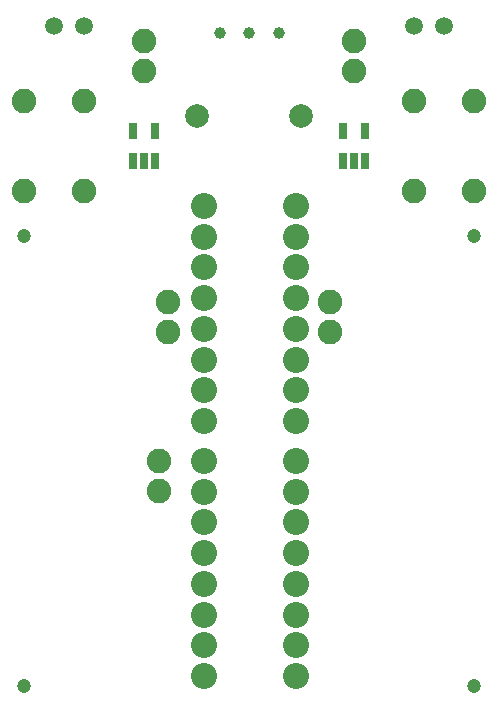
<source format=gbr>
G04 EAGLE Gerber RS-274X export*
G75*
%MOMM*%
%FSLAX34Y34*%
%LPD*%
%INSoldermask Top*%
%IPPOS*%
%AMOC8*
5,1,8,0,0,1.08239X$1,22.5*%
G01*
%ADD10C,1.203200*%
%ADD11C,2.082800*%
%ADD12C,1.511200*%
%ADD13C,2.203200*%
%ADD14R,0.753200X1.403200*%
%ADD15C,2.000000*%
%ADD16C,1.000000*%


D10*
X76200Y393700D03*
X457200Y393700D03*
X457200Y12700D03*
X76000Y13000D03*
D11*
X355600Y533400D03*
X355600Y558800D03*
X177800Y533400D03*
X177800Y558800D03*
X190500Y177800D03*
X190500Y203200D03*
X335500Y312500D03*
X335500Y337900D03*
X197900Y337900D03*
X197900Y312500D03*
D12*
X127000Y571500D03*
X101600Y571500D03*
X431800Y571500D03*
X406400Y571500D03*
D11*
X406400Y508000D03*
X406400Y431800D03*
X127000Y508000D03*
X127000Y431800D03*
X76200Y508000D03*
X76200Y431800D03*
X457200Y508000D03*
X457200Y431800D03*
D13*
X228600Y419100D03*
X228600Y393100D03*
X228600Y367100D03*
X228600Y341100D03*
X228600Y315100D03*
X228600Y289100D03*
X228600Y263100D03*
X228600Y237100D03*
X306600Y237100D03*
X306600Y263100D03*
X306600Y289100D03*
X306600Y315100D03*
X306600Y341100D03*
X306600Y367100D03*
X306600Y393100D03*
X306600Y419100D03*
D14*
X346100Y456899D03*
X355600Y456899D03*
X365100Y456899D03*
X365100Y482901D03*
X346100Y482901D03*
X168300Y456899D03*
X177800Y456899D03*
X187300Y456899D03*
X187300Y482901D03*
X168300Y482901D03*
D15*
X222700Y495300D03*
X310700Y495300D03*
D16*
X241700Y565300D03*
X266700Y565300D03*
X291700Y565300D03*
D13*
X228600Y203200D03*
X228600Y177200D03*
X228600Y151200D03*
X228600Y125200D03*
X228600Y99200D03*
X228600Y73200D03*
X228600Y47200D03*
X228600Y21200D03*
X306600Y21200D03*
X306600Y47200D03*
X306600Y73200D03*
X306600Y99200D03*
X306600Y125200D03*
X306600Y151200D03*
X306600Y177200D03*
X306600Y203200D03*
M02*

</source>
